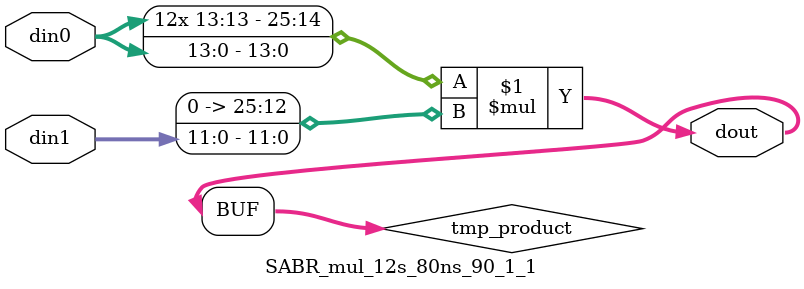
<source format=v>

`timescale 1 ns / 1 ps

 module SABR_mul_12s_80ns_90_1_1(din0, din1, dout);
parameter ID = 1;
parameter NUM_STAGE = 0;
parameter din0_WIDTH = 14;
parameter din1_WIDTH = 12;
parameter dout_WIDTH = 26;

input [din0_WIDTH - 1 : 0] din0; 
input [din1_WIDTH - 1 : 0] din1; 
output [dout_WIDTH - 1 : 0] dout;

wire signed [dout_WIDTH - 1 : 0] tmp_product;


























assign tmp_product = $signed(din0) * $signed({1'b0, din1});









assign dout = tmp_product;





















endmodule

</source>
